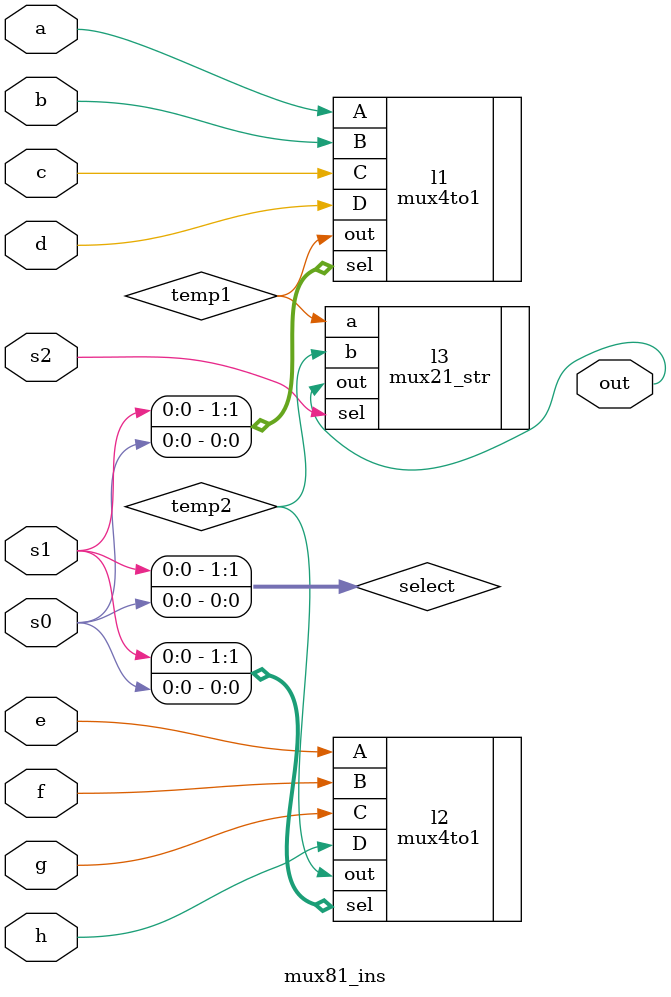
<source format=sv>
`timescale 1ns / 1ps


module mux81_ins(
    input logic a,
    input logic b,
    input logic c,
    input logic d,
    input logic e,
    input logic f,
    input logic g,
    input logic h,
    input logic s0,
    input logic s1,
    input logic s2,
    output logic out
    );
    
    logic temp1, temp2;
    logic [1:0] select;
    
    assign select = {s1,s0};
    
    mux4to1 l1(.A(a),.B(b),.C(c),.D(d),.sel(select),.out(temp1));
    mux4to1 l2(.A(e),.B(f),.C(g),.D(h),.sel(select),.out(temp2));
    mux21_str l3(.a(temp1),.b(temp2),.sel(s2),.out(out));

endmodule

</source>
